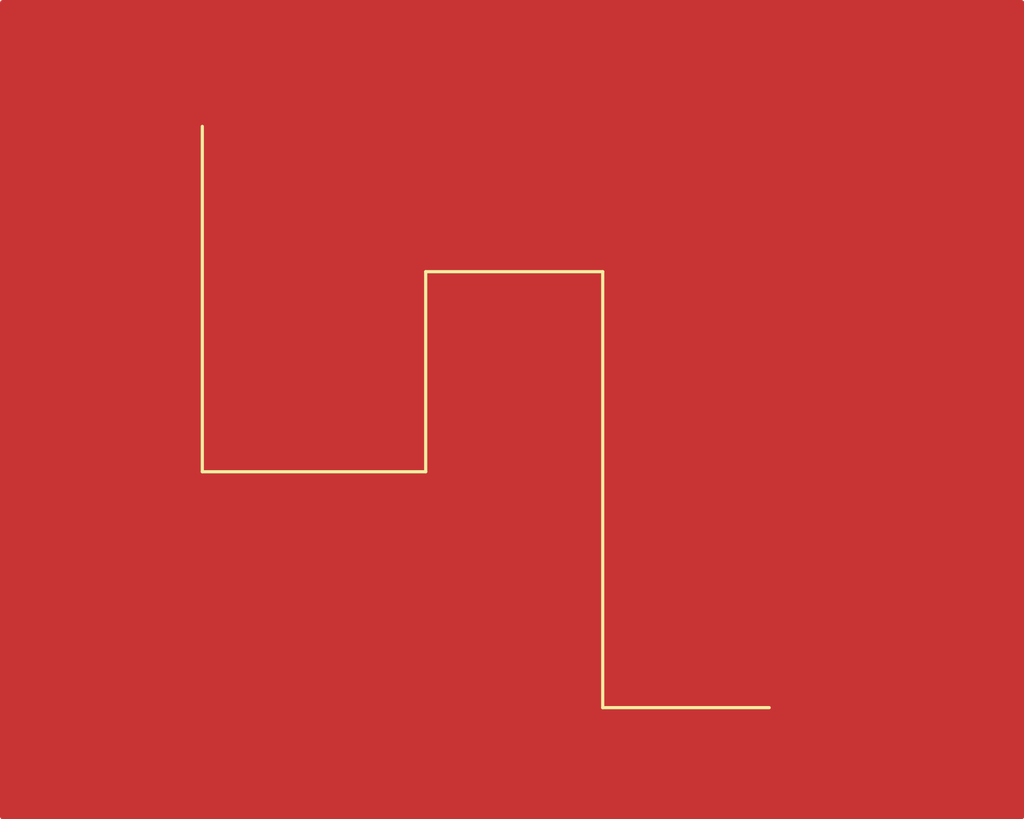
<source format=kicad_pcb>
(kicad_pcb (version 20211014) (generator pcbnew)

  (general
    (thickness 1.6)
  )

  (paper "A4")
  (layers
    (0 "F.Cu" signal)
    (31 "B.Cu" signal)
    (32 "B.Adhes" user "B.Adhesive")
    (33 "F.Adhes" user "F.Adhesive")
    (34 "B.Paste" user)
    (35 "F.Paste" user)
    (36 "B.SilkS" user "B.Silkscreen")
    (37 "F.SilkS" user "F.Silkscreen")
    (38 "B.Mask" user)
    (39 "F.Mask" user)
    (40 "Dwgs.User" user "User.Drawings")
    (41 "Cmts.User" user "User.Comments")
    (42 "Eco1.User" user "User.Eco1")
    (43 "Eco2.User" user "User.Eco2")
    (44 "Edge.Cuts" user)
    (45 "Margin" user)
    (46 "B.CrtYd" user "B.Courtyard")
    (47 "F.CrtYd" user "F.Courtyard")
    (48 "B.Fab" user)
    (49 "F.Fab" user)
    (50 "User.1" user)
    (51 "User.2" user)
    (52 "User.3" user)
    (53 "User.4" user)
    (54 "User.5" user)
    (55 "User.6" user)
    (56 "User.7" user)
    (57 "User.8" user)
    (58 "User.9" user)
  )

  (setup
    (pad_to_mask_clearance 0)
    (pcbplotparams
      (layerselection 0x00010fc_ffffffff)
      (disableapertmacros false)
      (usegerberextensions false)
      (usegerberattributes true)
      (usegerberadvancedattributes true)
      (creategerberjobfile true)
      (svguseinch false)
      (svgprecision 6)
      (excludeedgelayer true)
      (plotframeref false)
      (viasonmask false)
      (mode 1)
      (useauxorigin false)
      (hpglpennumber 1)
      (hpglpenspeed 20)
      (hpglpendiameter 15.000000)
      (dxfpolygonmode true)
      (dxfimperialunits true)
      (dxfusepcbnewfont true)
      (psnegative false)
      (psa4output false)
      (plotreference true)
      (plotvalue true)
      (plotinvisibletext false)
      (sketchpadsonfab false)
      (subtractmaskfromsilk false)
      (outputformat 1)
      (mirror false)
      (drillshape 1)
      (scaleselection 1)
      (outputdirectory "")
    )
  )

  (net 0 "")

  (gr_line (start 128.7 95.3) (end 128.7 116) (layer "F.SilkS") (width 0.15) (tstamp 0b4aa2ed-e08d-4ae3-8c63-d56ff7436f9e))
  (gr_line (start 128.7 116) (end 136.6 116) (layer "F.SilkS") (width 0.15) (tstamp 598d413d-6396-4c78-9a19-a88590c003b0))
  (gr_line (start 109.7 88.4) (end 109.7 104.8) (layer "F.SilkS") (width 0.15) (tstamp 78d69fbe-0e8b-4b98-9cf5-a2ee49fc19f7))
  (gr_line (start 120.3 95.3) (end 128.7 95.3) (layer "F.SilkS") (width 0.15) (tstamp b1c6f970-0a00-4b56-82f2-8b82edebc3de))
  (gr_line (start 120.3 104.8) (end 120.3 95.3) (layer "F.SilkS") (width 0.15) (tstamp d08d6431-6dc8-451e-9cc4-d62514eb9e4c))
  (gr_line (start 109.7 104.8) (end 120.3 104.8) (layer "F.SilkS") (width 0.15) (tstamp ed845f9d-b49b-4900-8272-ba7850ee4b1e))

  (zone (net 0) (net_name "") (layer "F.Cu") (tstamp 8479d738-c888-412d-98ef-f5a37f014154) (hatch edge 0.508)
    (connect_pads (clearance 0.508))
    (min_thickness 0.254) (filled_areas_thickness no)
    (fill yes (thermal_gap 0.508) (thermal_bridge_width 0.508))
    (polygon
      (pts
        (xy 148.7 121.3)
        (xy 100.1 121.3)
        (xy 100.1 82.4)
        (xy 148.7 82.4)
      )
    )
    (filled_polygon
      (layer "F.Cu")
      (island)
      (pts
        (xy 148.642121 82.420002)
        (xy 148.688614 82.473658)
        (xy 148.7 82.526)
        (xy 148.7 121.174)
        (xy 148.679998 121.242121)
        (xy 148.626342 121.288614)
        (xy 148.574 121.3)
        (xy 100.226 121.3)
        (xy 100.157879 121.279998)
        (xy 100.111386 121.226342)
        (xy 100.1 121.174)
        (xy 100.1 82.526)
        (xy 100.120002 82.457879)
        (xy 100.173658 82.411386)
        (xy 100.226 82.4)
        (xy 148.574 82.4)
      )
    )
  )
)

</source>
